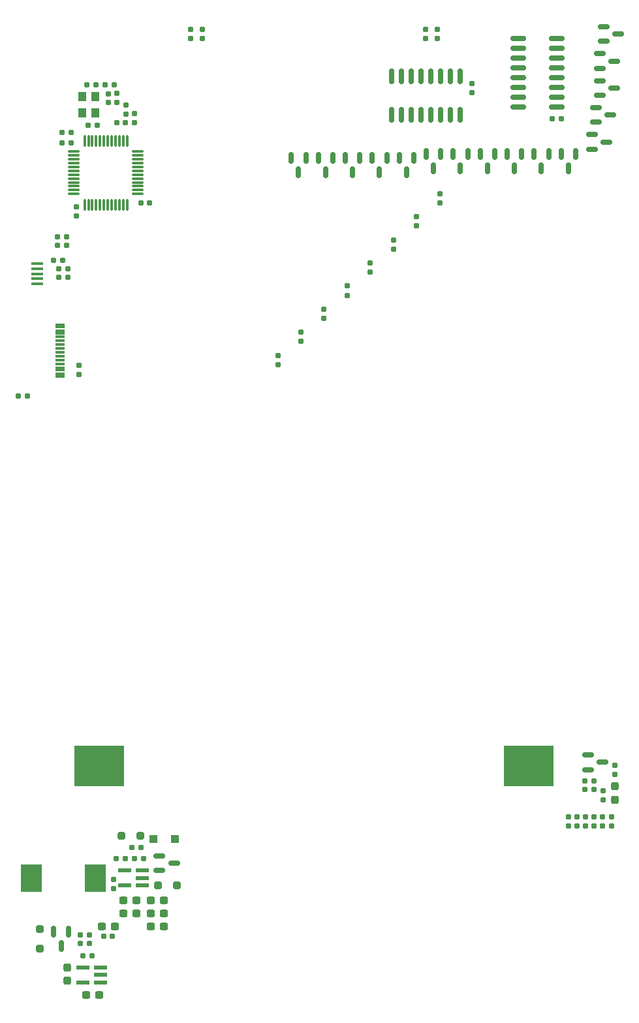
<source format=gbr>
%TF.GenerationSoftware,KiCad,Pcbnew,8.0.0*%
%TF.CreationDate,2024-04-28T18:06:29+08:00*%
%TF.ProjectId,pcb_badge,7063625f-6261-4646-9765-2e6b69636164,rev?*%
%TF.SameCoordinates,Original*%
%TF.FileFunction,Paste,Bot*%
%TF.FilePolarity,Positive*%
%FSLAX46Y46*%
G04 Gerber Fmt 4.6, Leading zero omitted, Abs format (unit mm)*
G04 Created by KiCad (PCBNEW 8.0.0) date 2024-04-28 18:06:29*
%MOMM*%
%LPD*%
G01*
G04 APERTURE LIST*
G04 Aperture macros list*
%AMRoundRect*
0 Rectangle with rounded corners*
0 $1 Rounding radius*
0 $2 $3 $4 $5 $6 $7 $8 $9 X,Y pos of 4 corners*
0 Add a 4 corners polygon primitive as box body*
4,1,4,$2,$3,$4,$5,$6,$7,$8,$9,$2,$3,0*
0 Add four circle primitives for the rounded corners*
1,1,$1+$1,$2,$3*
1,1,$1+$1,$4,$5*
1,1,$1+$1,$6,$7*
1,1,$1+$1,$8,$9*
0 Add four rect primitives between the rounded corners*
20,1,$1+$1,$2,$3,$4,$5,0*
20,1,$1+$1,$4,$5,$6,$7,0*
20,1,$1+$1,$6,$7,$8,$9,0*
20,1,$1+$1,$8,$9,$2,$3,0*%
G04 Aperture macros list end*
%ADD10RoundRect,0.155000X0.212500X0.155000X-0.212500X0.155000X-0.212500X-0.155000X0.212500X-0.155000X0*%
%ADD11RoundRect,0.150000X-0.150000X0.587500X-0.150000X-0.587500X0.150000X-0.587500X0.150000X0.587500X0*%
%ADD12RoundRect,0.160000X-0.160000X0.197500X-0.160000X-0.197500X0.160000X-0.197500X0.160000X0.197500X0*%
%ADD13RoundRect,0.075000X-0.075000X0.662500X-0.075000X-0.662500X0.075000X-0.662500X0.075000X0.662500X0*%
%ADD14RoundRect,0.075000X-0.662500X0.075000X-0.662500X-0.075000X0.662500X-0.075000X0.662500X0.075000X0*%
%ADD15RoundRect,0.237500X-0.300000X-0.237500X0.300000X-0.237500X0.300000X0.237500X-0.300000X0.237500X0*%
%ADD16R,1.805236X0.612132*%
%ADD17RoundRect,0.250000X-0.250000X0.250000X-0.250000X-0.250000X0.250000X-0.250000X0.250000X0.250000X0*%
%ADD18R,1.300000X0.300000*%
%ADD19RoundRect,0.160000X-0.197500X-0.160000X0.197500X-0.160000X0.197500X0.160000X-0.197500X0.160000X0*%
%ADD20RoundRect,0.237500X-0.237500X0.300000X-0.237500X-0.300000X0.237500X-0.300000X0.237500X0.300000X0*%
%ADD21RoundRect,0.150000X-0.587500X-0.150000X0.587500X-0.150000X0.587500X0.150000X-0.587500X0.150000X0*%
%ADD22R,1.600000X0.400000*%
%ADD23RoundRect,0.160000X0.197500X0.160000X-0.197500X0.160000X-0.197500X-0.160000X0.197500X-0.160000X0*%
%ADD24RoundRect,0.155000X-0.212500X-0.155000X0.212500X-0.155000X0.212500X0.155000X-0.212500X0.155000X0*%
%ADD25RoundRect,0.160000X0.160000X-0.197500X0.160000X0.197500X-0.160000X0.197500X-0.160000X-0.197500X0*%
%ADD26RoundRect,0.155000X-0.155000X0.212500X-0.155000X-0.212500X0.155000X-0.212500X0.155000X0.212500X0*%
%ADD27R,6.450000X5.300000*%
%ADD28RoundRect,0.150000X-0.850000X-0.150000X0.850000X-0.150000X0.850000X0.150000X-0.850000X0.150000X0*%
%ADD29RoundRect,0.250000X-0.250000X-0.250000X0.250000X-0.250000X0.250000X0.250000X-0.250000X0.250000X0*%
%ADD30RoundRect,0.150000X-0.150000X0.850000X-0.150000X-0.850000X0.150000X-0.850000X0.150000X0.850000X0*%
%ADD31RoundRect,0.237500X0.300000X0.237500X-0.300000X0.237500X-0.300000X-0.237500X0.300000X-0.237500X0*%
%ADD32RoundRect,0.237500X0.237500X-0.300000X0.237500X0.300000X-0.237500X0.300000X-0.237500X-0.300000X0*%
%ADD33R,2.700000X3.600000*%
%ADD34RoundRect,0.155000X0.155000X-0.212500X0.155000X0.212500X-0.155000X0.212500X-0.155000X-0.212500X0*%
%ADD35R,1.100000X1.300000*%
%ADD36RoundRect,0.250000X0.250000X0.250000X-0.250000X0.250000X-0.250000X-0.250000X0.250000X-0.250000X0*%
%ADD37RoundRect,0.250000X0.300000X0.300000X-0.300000X0.300000X-0.300000X-0.300000X0.300000X-0.300000X0*%
G04 APERTURE END LIST*
D10*
%TO.C,C40*%
X147067500Y-43000000D03*
X145932500Y-43000000D03*
%TD*%
D11*
%TO.C,Q90*%
X140050000Y-47562500D03*
X141950000Y-47562500D03*
X141000000Y-49437500D03*
%TD*%
D12*
%TO.C,R24*%
X84500000Y-75002500D03*
X84500000Y-76197500D03*
%TD*%
D13*
%TO.C,U3*%
X85250000Y-45837500D03*
X85750000Y-45837500D03*
X86250000Y-45837500D03*
X86750000Y-45837500D03*
X87250000Y-45837500D03*
X87750000Y-45837500D03*
X88250000Y-45837500D03*
X88750000Y-45837500D03*
X89250000Y-45837500D03*
X89750000Y-45837500D03*
X90250000Y-45837500D03*
X90750000Y-45837500D03*
D14*
X92162500Y-47250000D03*
X92162500Y-47750000D03*
X92162500Y-48250000D03*
X92162500Y-48750000D03*
X92162500Y-49250000D03*
X92162500Y-49750000D03*
X92162500Y-50250000D03*
X92162500Y-50750000D03*
X92162500Y-51250000D03*
X92162500Y-51750000D03*
X92162500Y-52250000D03*
X92162500Y-52750000D03*
D13*
X90750000Y-54162500D03*
X90250000Y-54162500D03*
X89750000Y-54162500D03*
X89250000Y-54162500D03*
X88750000Y-54162500D03*
X88250000Y-54162500D03*
X87750000Y-54162500D03*
X87250000Y-54162500D03*
X86750000Y-54162500D03*
X86250000Y-54162500D03*
X85750000Y-54162500D03*
X85250000Y-54162500D03*
D14*
X83837500Y-52750000D03*
X83837500Y-52250000D03*
X83837500Y-51750000D03*
X83837500Y-51250000D03*
X83837500Y-50750000D03*
X83837500Y-50250000D03*
X83837500Y-49750000D03*
X83837500Y-49250000D03*
X83837500Y-48750000D03*
X83837500Y-48250000D03*
X83837500Y-47750000D03*
X83837500Y-47250000D03*
%TD*%
D15*
%TO.C,C24*%
X93837500Y-146100000D03*
X95562500Y-146100000D03*
%TD*%
D16*
%TO.C,U1*%
X87350483Y-153149997D03*
X87350483Y-154099998D03*
X87350483Y-155049999D03*
X85049517Y-155049999D03*
X85049517Y-153149997D03*
%TD*%
D17*
%TO.C,D9*%
X79400000Y-148150000D03*
X79400000Y-150650000D03*
%TD*%
D12*
%TO.C,R97*%
X131300000Y-52702500D03*
X131300000Y-53897500D03*
%TD*%
D10*
%TO.C,C32*%
X83467500Y-46100000D03*
X82332500Y-46100000D03*
%TD*%
D18*
%TO.C,J1*%
X82022500Y-76402500D03*
X82022500Y-75602500D03*
X82022500Y-74302500D03*
X82022500Y-73302500D03*
X82022500Y-72802500D03*
X82022500Y-71802500D03*
X82022500Y-70502500D03*
X82022500Y-69702500D03*
X82022500Y-70002500D03*
X82022500Y-70802500D03*
X82022500Y-71302500D03*
X82022500Y-72302500D03*
X82022500Y-73802500D03*
X82022500Y-74802500D03*
X82022500Y-75302500D03*
X82022500Y-76102500D03*
%TD*%
D12*
%TO.C,R32*%
X148000000Y-133602500D03*
X148000000Y-134797500D03*
%TD*%
D19*
%TO.C,R10*%
X85002500Y-151600000D03*
X86197500Y-151600000D03*
%TD*%
D20*
%TO.C,C11*%
X83000000Y-153137500D03*
X83000000Y-154862500D03*
%TD*%
D12*
%TO.C,R36*%
X150200000Y-133602500D03*
X150200000Y-134797500D03*
%TD*%
D21*
%TO.C,Q9*%
X150562500Y-127450000D03*
X150562500Y-125550000D03*
X152437500Y-126500000D03*
%TD*%
D12*
%TO.C,R35*%
X151300000Y-133602500D03*
X151300000Y-134797500D03*
%TD*%
D15*
%TO.C,C25*%
X93837500Y-144400000D03*
X95562500Y-144400000D03*
%TD*%
D22*
%TO.C,J6*%
X79100000Y-64400000D03*
X79100000Y-63750000D03*
X79100000Y-63100000D03*
X79100000Y-62450000D03*
X79100000Y-61800000D03*
%TD*%
D23*
%TO.C,R17*%
X82897500Y-58300000D03*
X81702500Y-58300000D03*
%TD*%
D24*
%TO.C,C30*%
X92532500Y-53900000D03*
X93667500Y-53900000D03*
%TD*%
%TO.C,C38*%
X85732500Y-43800000D03*
X86867500Y-43800000D03*
%TD*%
D23*
%TO.C,R19*%
X85897500Y-150000000D03*
X84702500Y-150000000D03*
%TD*%
D25*
%TO.C,R21*%
X89400000Y-40897500D03*
X89400000Y-39702500D03*
%TD*%
D11*
%TO.C,Q99*%
X115550000Y-48062500D03*
X117450000Y-48062500D03*
X116500000Y-49937500D03*
%TD*%
D12*
%TO.C,R34*%
X152400000Y-133602500D03*
X152400000Y-134797500D03*
%TD*%
%TO.C,R31*%
X149100000Y-133602500D03*
X149100000Y-134797500D03*
%TD*%
D23*
%TO.C,R20*%
X83497500Y-44800000D03*
X82302500Y-44800000D03*
%TD*%
D12*
%TO.C,R96*%
X128300000Y-55702500D03*
X128300000Y-56897500D03*
%TD*%
D15*
%TO.C,C20*%
X87437500Y-147800000D03*
X89162500Y-147800000D03*
%TD*%
D23*
%TO.C,R23*%
X92897500Y-139000000D03*
X91702500Y-139000000D03*
%TD*%
D25*
%TO.C,R6*%
X99000000Y-32597500D03*
X99000000Y-31402500D03*
%TD*%
D12*
%TO.C,R95*%
X125300000Y-58702500D03*
X125300000Y-59897500D03*
%TD*%
D25*
%TO.C,R15*%
X154000000Y-128097500D03*
X154000000Y-126902500D03*
%TD*%
D26*
%TO.C,C21*%
X89000000Y-141732500D03*
X89000000Y-142867500D03*
%TD*%
D11*
%TO.C,Q91*%
X143550000Y-47562500D03*
X145450000Y-47562500D03*
X144500000Y-49437500D03*
%TD*%
D21*
%TO.C,Q94*%
X151562500Y-43450000D03*
X151562500Y-41550000D03*
X153437500Y-42500000D03*
%TD*%
D26*
%TO.C,C37*%
X88300000Y-39732500D03*
X88300000Y-40867500D03*
%TD*%
D19*
%TO.C,R4*%
X85502500Y-38600000D03*
X86697500Y-38600000D03*
%TD*%
D11*
%TO.C,Q915*%
X136550000Y-47562500D03*
X138450000Y-47562500D03*
X137500000Y-49437500D03*
%TD*%
D27*
%TO.C,BT1*%
X87125000Y-127000000D03*
X142875000Y-127000000D03*
%TD*%
D23*
%TO.C,R5*%
X92597500Y-137600000D03*
X91402500Y-137600000D03*
%TD*%
D12*
%TO.C,R90*%
X110300000Y-73702500D03*
X110300000Y-74897500D03*
%TD*%
D11*
%TO.C,Q98*%
X112050000Y-48062500D03*
X113950000Y-48062500D03*
X113000000Y-49937500D03*
%TD*%
D10*
%TO.C,C33*%
X90567500Y-43500000D03*
X89432500Y-43500000D03*
%TD*%
D15*
%TO.C,C10*%
X85437500Y-156700000D03*
X87162500Y-156700000D03*
%TD*%
D12*
%TO.C,R92*%
X116300000Y-67702500D03*
X116300000Y-68897500D03*
%TD*%
D25*
%TO.C,R9*%
X129500000Y-32597500D03*
X129500000Y-31402500D03*
%TD*%
D19*
%TO.C,R16*%
X81702500Y-59400000D03*
X82897500Y-59400000D03*
%TD*%
D11*
%TO.C,Q911*%
X122550000Y-48062500D03*
X124450000Y-48062500D03*
X123500000Y-49937500D03*
%TD*%
%TO.C,Q912*%
X126050000Y-48062500D03*
X127950000Y-48062500D03*
X127000000Y-49937500D03*
%TD*%
D28*
%TO.C,U4*%
X141500000Y-41445000D03*
X141500000Y-40175000D03*
X141500000Y-38905000D03*
X141500000Y-37635000D03*
X141500000Y-36365000D03*
X141500000Y-35095000D03*
X141500000Y-33825000D03*
X141500000Y-32555000D03*
X146500000Y-32555000D03*
X146500000Y-33825000D03*
X146500000Y-35095000D03*
X146500000Y-36365000D03*
X146500000Y-37635000D03*
X146500000Y-38905000D03*
X146500000Y-40175000D03*
X146500000Y-41445000D03*
%TD*%
D19*
%TO.C,R11*%
X150102500Y-130000000D03*
X151297500Y-130000000D03*
%TD*%
D26*
%TO.C,C31*%
X84200000Y-54432500D03*
X84200000Y-55567500D03*
%TD*%
D29*
%TO.C,D2*%
X89995000Y-136000000D03*
X92495000Y-136000000D03*
%TD*%
D11*
%TO.C,Q914*%
X133050000Y-47562500D03*
X134950000Y-47562500D03*
X134000000Y-49437500D03*
%TD*%
D30*
%TO.C,U8*%
X125055000Y-37500000D03*
X126325000Y-37500000D03*
X127595000Y-37500000D03*
X128865000Y-37500000D03*
X130135000Y-37500000D03*
X131405000Y-37500000D03*
X132675000Y-37500000D03*
X133945000Y-37500000D03*
X133945000Y-42500000D03*
X132675000Y-42500000D03*
X131405000Y-42500000D03*
X130135000Y-42500000D03*
X128865000Y-42500000D03*
X127595000Y-42500000D03*
X126325000Y-42500000D03*
X125055000Y-42500000D03*
%TD*%
D23*
%TO.C,R3*%
X82397500Y-61400000D03*
X81202500Y-61400000D03*
%TD*%
D26*
%TO.C,C34*%
X90600000Y-41232500D03*
X90600000Y-42367500D03*
%TD*%
D16*
%TO.C,U2*%
X92750483Y-140549999D03*
X92750483Y-141500000D03*
X92750483Y-142450001D03*
X90449517Y-142450001D03*
X90449517Y-140549999D03*
%TD*%
D19*
%TO.C,R2*%
X81902500Y-62500000D03*
X83097500Y-62500000D03*
%TD*%
D31*
%TO.C,C22*%
X91962500Y-144400000D03*
X90237500Y-144400000D03*
%TD*%
D32*
%TO.C,C92*%
X154000000Y-131362500D03*
X154000000Y-129637500D03*
%TD*%
D19*
%TO.C,R1*%
X81902500Y-63600000D03*
X83097500Y-63600000D03*
%TD*%
D12*
%TO.C,R13*%
X152500000Y-130202500D03*
X152500000Y-131397500D03*
%TD*%
D25*
%TO.C,R7*%
X131000000Y-32597500D03*
X131000000Y-31402500D03*
%TD*%
D11*
%TO.C,Q92*%
X147050000Y-47562500D03*
X148950000Y-47562500D03*
X148000000Y-49437500D03*
%TD*%
D19*
%TO.C,R18*%
X84702500Y-148900000D03*
X85897500Y-148900000D03*
%TD*%
D12*
%TO.C,R33*%
X153600000Y-133602500D03*
X153600000Y-134797500D03*
%TD*%
D11*
%TO.C,Q910*%
X119050000Y-48062500D03*
X120950000Y-48062500D03*
X120000000Y-49937500D03*
%TD*%
D12*
%TO.C,R93*%
X119300000Y-64702500D03*
X119300000Y-65897500D03*
%TD*%
D31*
%TO.C,C26*%
X91962500Y-146100000D03*
X90237500Y-146100000D03*
%TD*%
D33*
%TO.C,L20*%
X78350000Y-141500000D03*
X86650000Y-141500000D03*
%TD*%
D19*
%TO.C,R25*%
X76602500Y-79000000D03*
X77797500Y-79000000D03*
%TD*%
D21*
%TO.C,Q96*%
X152062500Y-36450000D03*
X152062500Y-34550000D03*
X153937500Y-35500000D03*
%TD*%
D25*
%TO.C,R8*%
X100500000Y-32597500D03*
X100500000Y-31402500D03*
%TD*%
D34*
%TO.C,C80*%
X135500000Y-39567500D03*
X135500000Y-38432500D03*
%TD*%
D15*
%TO.C,C23*%
X93837500Y-147800000D03*
X95562500Y-147800000D03*
%TD*%
D19*
%TO.C,R22*%
X89302500Y-139000000D03*
X90497500Y-139000000D03*
%TD*%
D12*
%TO.C,R91*%
X113300000Y-70702500D03*
X113300000Y-71897500D03*
%TD*%
D35*
%TO.C,Y1*%
X86625000Y-40150000D03*
X86625000Y-42250000D03*
X84975000Y-42250000D03*
X84975000Y-40150000D03*
%TD*%
D12*
%TO.C,R94*%
X122300000Y-61702500D03*
X122300000Y-62897500D03*
%TD*%
D11*
%TO.C,Q1*%
X81250000Y-148462500D03*
X83150000Y-148462500D03*
X82200000Y-150337500D03*
%TD*%
D36*
%TO.C,D1*%
X97250000Y-142500000D03*
X94750000Y-142500000D03*
%TD*%
D21*
%TO.C,Q93*%
X151062500Y-46950000D03*
X151062500Y-45050000D03*
X152937500Y-46000000D03*
%TD*%
%TO.C,Q97*%
X152562500Y-32950000D03*
X152562500Y-31050000D03*
X154437500Y-32000000D03*
%TD*%
D25*
%TO.C,R30*%
X91700000Y-43497500D03*
X91700000Y-42302500D03*
%TD*%
D11*
%TO.C,Q913*%
X129550000Y-47562500D03*
X131450000Y-47562500D03*
X130500000Y-49437500D03*
%TD*%
D21*
%TO.C,Q95*%
X152062500Y-39950000D03*
X152062500Y-38050000D03*
X153937500Y-39000000D03*
%TD*%
D24*
%TO.C,C01*%
X87732500Y-149100000D03*
X88867500Y-149100000D03*
%TD*%
D21*
%TO.C,Q10*%
X94962500Y-140550000D03*
X94962500Y-138650000D03*
X96837500Y-139600000D03*
%TD*%
D19*
%TO.C,R14*%
X150102500Y-128900000D03*
X151297500Y-128900000D03*
%TD*%
D23*
%TO.C,R12*%
X89097500Y-38600000D03*
X87902500Y-38600000D03*
%TD*%
D37*
%TO.C,D18*%
X97000000Y-136500000D03*
X94200000Y-136500000D03*
%TD*%
M02*

</source>
